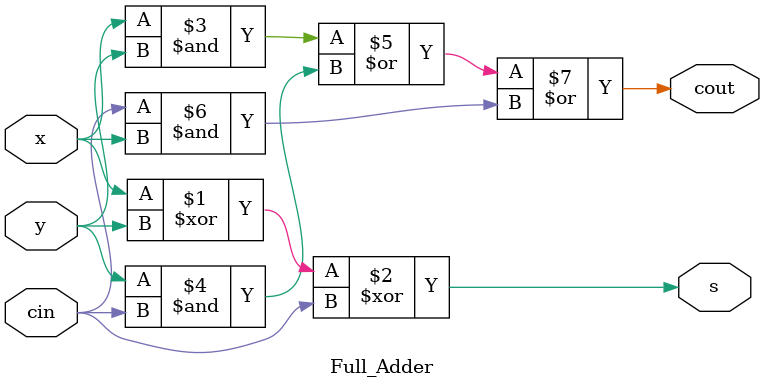
<source format=v>
`timescale 1ns / 1ps





module Full_Adder(s,cout,x,y,cin);
    input x,y,cin;
    output s,cout;
    
    assign s=x^y^cin;
    assign cout= x&y|y&cin|cin&x;
    
    
endmodule


</source>
